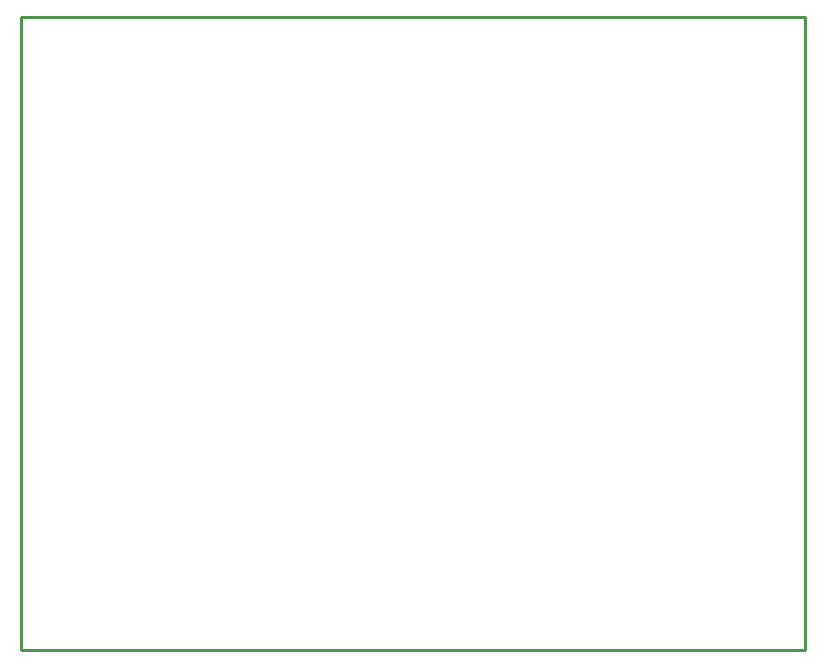
<source format=gbr>
G04 EAGLE Gerber RS-274X export*
G75*
%MOMM*%
%FSLAX34Y34*%
%LPD*%
%IN*%
%IPPOS*%
%AMOC8*
5,1,8,0,0,1.08239X$1,22.5*%
G01*
G04 Define Apertures*
%ADD10C,0.254000*%
D10*
X-20000Y-13800D02*
X644000Y-13800D01*
X644000Y522000D01*
X-20000Y522000D01*
X-20000Y-13800D01*
M02*

</source>
